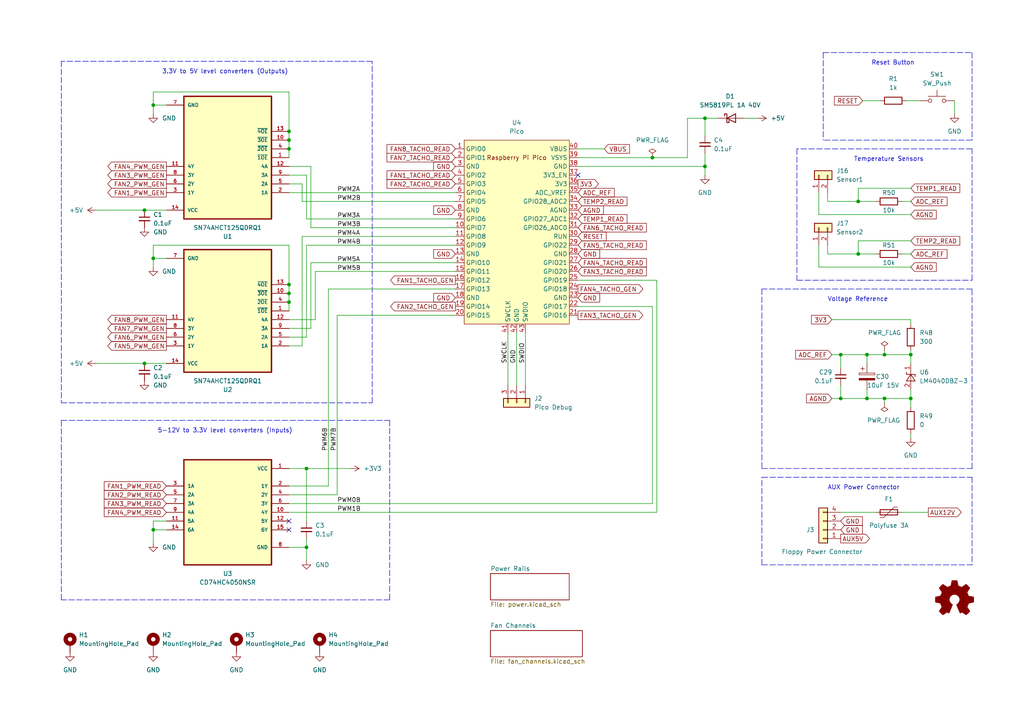
<source format=kicad_sch>
(kicad_sch (version 20211123) (generator eeschema)
  (paper "A4")
  (title_block (title "FanPico-0804") (date "2022-02-26") (company "Timo Kokkonen <tjko@iki.fi>") (comment 3 "Fanpico firmware reference/prototype PCB."))
  (lib_symbols
    (symbol "Connector_Generic:Conn_01x02" (pin_names (offset 1.016) hide)
      (property "Reference" "J" (at 0 2.54 0))
      (property "Value" "Conn_01x02" (at 0 -5.08 0))
      (symbol "Conn_01x02_1_1"
        (rectangle (start -1.27 -2.413) (end 0 -2.667) (stroke (width 0.1524)))
        (rectangle (start -1.27 0.127) (end 0 -0.127) (stroke (width 0.1524)))
        (rectangle (start -1.27 1.27) (end 1.27 -3.81) (stroke (width 0.254)) (fill (type background)))
        (pin passive line (at -5.08 0 0) (length 3.81) (name "Pin_1") (number "1"))
        (pin passive line (at -5.08 -2.54 0) (length 3.81) (name "Pin_2") (number "2"))
      )
    )
    (symbol "Connector_Generic:Conn_01x03" (pin_names (offset 1.016) hide)
      (property "Reference" "J" (at 0 5.08 0))
      (property "Value" "Conn_01x03" (at 0 -5.08 0))
      (symbol "Conn_01x03_1_1"
        (rectangle (start -1.27 -2.413) (end 0 -2.667) (stroke (width 0.1524)))
        (rectangle (start -1.27 0.127) (end 0 -0.127) (stroke (width 0.1524)))
        (rectangle (start -1.27 2.667) (end 0 2.413) (stroke (width 0.1524)))
        (rectangle (start -1.27 3.81) (end 1.27 -3.81) (stroke (width 0.254)) (fill (type background)))
        (pin passive line (at -5.08 2.54 0) (length 3.81) (name "Pin_1") (number "1"))
        (pin passive line (at -5.08 0 0) (length 3.81) (name "Pin_2") (number "2"))
        (pin passive line (at -5.08 -2.54 0) (length 3.81) (name "Pin_3") (number "3"))
      )
    )
    (symbol "Connector_Generic:Conn_01x04" (pin_names (offset 1.016) hide)
      (property "Reference" "J" (at 0 5.08 0))
      (property "Value" "Conn_01x04" (at 0 -7.62 0))
      (symbol "Conn_01x04_1_1"
        (rectangle (start -1.27 -4.953) (end 0 -5.207) (stroke (width 0.1524)))
        (rectangle (start -1.27 -2.413) (end 0 -2.667) (stroke (width 0.1524)))
        (rectangle (start -1.27 0.127) (end 0 -0.127) (stroke (width 0.1524)))
        (rectangle (start -1.27 2.667) (end 0 2.413) (stroke (width 0.1524)))
        (rectangle (start -1.27 3.81) (end 1.27 -6.35) (stroke (width 0.254)) (fill (type background)))
        (pin passive line (at -5.08 2.54 0) (length 3.81) (name "Pin_1") (number "1"))
        (pin passive line (at -5.08 0 0) (length 3.81) (name "Pin_2") (number "2"))
        (pin passive line (at -5.08 -2.54 0) (length 3.81) (name "Pin_3") (number "3"))
        (pin passive line (at -5.08 -5.08 0) (length 3.81) (name "Pin_4") (number "4"))
      )
    )
    (symbol "Device:C_Polarized" (pin_numbers hide) (pin_names (offset 0.254))
      (property "Reference" "C" (at 0.635 2.54 0))
      (property "Value" "C_Polarized" (at 0.635 -2.54 0))
      (symbol "C_Polarized_0_1"
        (rectangle (start -2.286 0.508) (end 2.286 1.016))
        (polyline (pts (xy -1.778 2.286) (xy -0.762 2.286)))
        (polyline (pts (xy -1.27 2.794) (xy -1.27 1.778)))
        (rectangle (start 2.286 -0.508) (end -2.286 -1.016) (fill (type outline)))
      )
      (symbol "C_Polarized_1_1"
        (pin passive line (at 0 3.81 270) (length 2.794) (name "~") (number "1"))
        (pin passive line (at 0 -3.81 90) (length 2.794) (name "~") (number "2"))
      )
    )
    (symbol "Device:C_Small" (pin_numbers hide) (pin_names (offset 0.254) hide)
      (property "Reference" "C" (at 0.254 1.778 0))
      (property "Value" "C_Small" (at 0.254 -2.032 0))
      (symbol "C_Small_0_1"
        (polyline (pts (xy -1.524 -0.508) (xy 1.524 -0.508)) (stroke (width 0.3302)))
        (polyline (pts (xy -1.524 0.508) (xy 1.524 0.508)) (stroke (width 0.3048)))
      )
      (symbol "C_Small_1_1"
        (pin passive line (at 0 2.54 270) (length 2.032) (name "~") (number "1"))
        (pin passive line (at 0 -2.54 90) (length 2.032) (name "~") (number "2"))
      )
    )
    (symbol "Device:D_Schottky" (pin_numbers hide) (pin_names (offset 1.016) hide)
      (property "Reference" "D" (at 0 2.54 0))
      (property "Value" "D_Schottky" (at 0 -2.54 0))
      (symbol "D_Schottky_0_1"
        (polyline (pts (xy 1.27 0) (xy -1.27 0)))
        (polyline (pts (xy 1.27 1.27) (xy 1.27 -1.27) (xy -1.27 0) (xy 1.27 1.27)) (stroke (width 0.254)))
        (polyline (pts (xy -1.905 0.635) (xy -1.905 1.27) (xy -1.27 1.27) (xy -1.27 -1.27) (xy -0.635 -1.27) (xy -0.635 -0.635)) (stroke (width 0.254)))
      )
      (symbol "D_Schottky_1_1"
        (pin passive line (at -3.81 0 0) (length 2.54) (name "K") (number "1"))
        (pin passive line (at 3.81 0 180) (length 2.54) (name "A") (number "2"))
      )
    )
    (symbol "Device:Polyfuse" (pin_numbers hide) (pin_names (offset 0))
      (property "Reference" "F" (at -2.54 0 90))
      (property "Value" "Polyfuse" (at 2.54 0 90))
      (symbol "Polyfuse_0_1"
        (rectangle (start -0.762 2.54) (end 0.762 -2.54) (stroke (width 0.254)))
        (polyline (pts (xy 0 2.54) (xy 0 -2.54)))
        (polyline (pts (xy -1.524 2.54) (xy -1.524 1.524) (xy 1.524 -1.524) (xy 1.524 -2.54)))
      )
      (symbol "Polyfuse_1_1"
        (pin passive line (at 0 3.81 270) (length 1.27) (name "~") (number "1"))
        (pin passive line (at 0 -3.81 90) (length 1.27) (name "~") (number "2"))
      )
    )
    (symbol "Device:R" (pin_numbers hide) (pin_names (offset 0))
      (property "Reference" "R" (at 2.032 0 90))
      (property "Value" "R" (at 0 0 90))
      (symbol "R_0_1"
        (rectangle (start -1.016 -2.54) (end 1.016 2.54) (stroke (width 0.254)))
      )
      (symbol "R_1_1"
        (pin passive line (at 0 3.81 270) (length 1.27) (name "~") (number "1"))
        (pin passive line (at 0 -3.81 90) (length 1.27) (name "~") (number "2"))
      )
    )
    (symbol "Graphic:Logo_Open_Hardware_Small" (pin_names (offset 1.016))
      (symbol "Logo_Open_Hardware_Small_0_1"
        (polyline (pts (xy 3.3528 -4.3434) (xy 3.302 -4.318) (xy 3.175 -4.2418) (xy 2.9972 -4.1148) (xy 2.7686 -3.9624) (xy 2.54 -3.81) (xy 2.3622 -3.7084) (xy 2.2352 -3.6068) (xy 2.1844 -3.5814) (xy 2.159 -3.6068) (xy 2.0574 -3.6576) (xy 1.905 -3.7338) (xy 1.8034 -3.7846) (xy 1.6764 -3.8354) (xy 1.6002 -3.8354) (xy 1.6002 -3.8354) (xy 1.5494 -3.7338) (xy 1.4732 -3.5306) (xy 1.3462 -3.302) (xy 1.2446 -3.0226) (xy 1.1176 -2.7178) (xy 0.9652 -2.413) (xy 0.8636 -2.1082) (xy 0.7366 -1.8288) (xy 0.6604 -1.6256) (xy 0.6096 -1.4732) (xy 0.5842 -1.397) (xy 0.5842 -1.397) (xy 0.6604 -1.3208) (xy 0.7874 -1.2446) (xy 1.0414 -1.016) (xy 1.2954 -0.6858) (xy 1.4478 -0.3302) (xy 1.524 0.0762) (xy 1.4732 0.4572) (xy 1.3208 0.8128) (xy 1.0668 1.143) (xy 0.762 1.3716) (xy 0.4064 1.524) (xy 0 1.5748) (xy -0.381 1.5494) (xy -0.7366 1.397) (xy -1.0668 1.143) (xy -1.2192 0.9906) (xy -1.397 0.6604) (xy -1.524 0.3048) (xy -1.524 0.2286) (xy -1.4986 -0.1778) (xy -1.397 -0.5334) (xy -1.1938 -0.8636) (xy -0.9144 -1.143) (xy -0.8636 -1.1684) (xy -0.7366 -1.27) (xy -0.635 -1.3462) (xy -0.5842 -1.397) (xy -1.0668 -2.5908) (xy -1.143 -2.794) (xy -1.2954 -3.1242) (xy -1.397 -3.4036) (xy -1.4986 -3.6322) (xy -1.5748 -3.7846) (xy -1.6002 -3.8354) (xy -1.6002 -3.8354) (xy -1.651 -3.8354) (xy -1.7272 -3.81) (xy -1.905 -3.7338) (xy -2.0066 -3.683) (xy -2.1336 -3.6068) (xy -2.2098 -3.5814) (xy -2.2606 -3.6068) (xy -2.3622 -3.683) (xy -2.54 -3.81) (xy -2.7686 -3.9624) (xy -2.9718 -4.0894) (xy -3.1496 -4.2164) (xy -3.302 -4.318) (xy -3.3528 -4.3434) (xy -3.3782 -4.3434) (xy -3.429 -4.318) (xy -3.5306 -4.2164) (xy -3.7084 -4.064) (xy -3.937 -3.8354) (xy -3.9624 -3.81) (xy -4.1656 -3.6068) (xy -4.318 -3.4544) (xy -4.4196 -3.3274) (xy -4.445 -3.2766) (xy -4.445 -3.2766) (xy -4.4196 -3.2258) (xy -4.318 -3.0734) (xy -4.2164 -2.8956) (xy -4.064 -2.667) (xy -3.6576 -2.0828) (xy -3.8862 -1.5494) (xy -3.937 -1.3716) (xy -4.0386 -1.1684) (xy -4.0894 -1.0414) (xy -4.1148 -0.9652) (xy -4.191 -0.9398) (xy -4.318 -0.9144) (xy -4.5466 -0.8636) (xy -4.8006 -0.8128) (xy -5.0546 -0.7874) (xy -5.2578 -0.7366) (xy -5.4356 -0.7112) (xy -5.5118 -0.6858) (xy -5.5118 -0.6858) (xy -5.5372 -0.635) (xy -5.5372 -0.5588) (xy -5.5372 -0.4318) (xy -5.5626 -0.2286) (xy -5.5626 0.0762) (xy -5.5626 0.127) (xy -5.5372 0.4064) (xy -5.5372 0.635) (xy -5.5372 0.762) (xy -5.5372 0.8382) (xy -5.5372 0.8382) (xy -5.461 0.8382) (xy -5.3086 0.889) (xy -5.08 0.9144) (xy -4.826 0.9652) (xy -4.8006 0.9906) (xy -4.5466 1.0414) (xy -4.318 1.0668) (xy -4.1656 1.1176) (xy -4.0894 1.143) (xy -4.0894 1.143) (xy -4.0386 1.2446) (xy -3.9624 1.4224) (xy -3.8608 1.6256) (xy -3.7846 1.8288) (xy -3.7084 2.0066) (xy -3.6576 2.159) (xy -3.6322 2.2098) (xy -3.6322 2.2098) (xy -3.683 2.286) (xy -3.7592 2.413) (xy -3.8862 2.5908) (xy -4.064 2.8194) (xy -4.064 2.8448) (xy -4.2164 3.0734) (xy -4.3434 3.2512) (xy -4.4196 3.3782) (xy -4.445 3.4544) (xy -4.445 3.4544) (xy -4.3942 3.5052) (xy -4.2926 3.6322) (xy -4.1148 3.81) (xy -3.937 4.0132) (xy -3.8608 4.064) (xy -3.6576 4.2926) (xy -3.5052 4.4196) (xy -3.4036 4.4958) (xy -3.3528 4.5212) (xy -3.3528 4.5212) (xy -3.302 4.4704) (xy -3.1496 4.3688) (xy -2.9718 4.2418) (xy -2.7432 4.0894) (xy -2.7178 4.0894) (xy -2.4892 3.937) (xy -2.3114 3.81) (xy -2.1844 3.7084) (xy -2.1336 3.683) (xy -2.1082 3.683) (xy -2.032 3.7084) (xy -1.8542 3.7592) (xy -1.6764 3.8354) (xy -1.4732 3.937) (xy -1.27 4.0132) (xy -1.143 4.064) (xy -1.0668 4.1148) (xy -1.0668 4.1148) (xy -1.0414 4.191) (xy -1.016 4.3434) (xy -0.9652 4.572) (xy -0.9144 4.8514) (xy -0.889 4.9022) (xy -0.8382 5.1562) (xy -0.8128 5.3848) (xy -0.7874 5.5372) (xy -0.762 5.588) (xy -0.7112 5.6134) (xy -0.5842 5.6134) (xy -0.4064 5.6134) (xy -0.1524 5.6134) (xy 0.0762 5.6134) (xy 0.3302 5.6134) (xy 0.5334 5.6134) (xy 0.6858 5.588) (xy 0.7366 5.588) (xy 0.7366 5.588) (xy 0.762 5.5118) (xy 0.8128 5.334) (xy 0.8382 5.1054) (xy 0.9144 4.826) (xy 0.9144 4.7752) (xy 0.9652 4.5212) (xy 1.016 4.2926) (xy 1.0414 4.1402) (xy 1.0668 4.0894) (xy 1.0668 4.0894) (xy 1.1938 4.0386) (xy 1.3716 3.9624) (xy 1.5748 3.8608) (xy 2.0828 3.6576) (xy 2.7178 4.0894) (xy 2.7686 4.1402) (xy 2.9972 4.2926) (xy 3.175 4.4196) (xy 3.302 4.4958) (xy 3.3782 4.5212) (xy 3.3782 4.5212) (xy 3.429 4.4704) (xy 3.556 4.3434) (xy 3.7338 4.191) (xy 3.9116 3.9878) (xy 4.064 3.8354) (xy 4.2418 3.6576) (xy 4.3434 3.556) (xy 4.4196 3.4798) (xy 4.4196 3.429) (xy 4.4196 3.4036) (xy 4.3942 3.3274) (xy 4.2926 3.2004) (xy 4.1656 2.9972) (xy 4.0132 2.794) (xy 3.8862 2.5908) (xy 3.7592 2.3876) (xy 3.6576 2.2352) (xy 3.6322 2.159) (xy 3.6322 2.1336) (xy 3.683 2.0066) (xy 3.7592 1.8288) (xy 3.8608 1.6002) (xy 4.064 1.1176) (xy 4.3942 1.0414) (xy 4.5974 1.016) (xy 4.8768 0.9652) (xy 5.1308 0.9144) (xy 5.5372 0.8382) (xy 5.5626 -0.6604) (xy 5.4864 -0.6858) (xy 5.4356 -0.6858) (xy 5.2832 -0.7366) (xy 5.0546 -0.762) (xy 4.8006 -0.8128) (xy 4.5974 -0.8636) (xy 4.3688 -0.9144) (xy 4.2164 -0.9398) (xy 4.1402 -0.9398) (xy 4.1148 -0.9652) (xy 4.064 -1.0668) (xy 3.9878 -1.2446) (xy 3.9116 -1.4478) (xy 3.81 -1.651) (xy 3.7338 -1.8542) (xy 3.683 -2.0066) (xy 3.6576 -2.0828) (xy 3.683 -2.1336) (xy 3.7846 -2.2606) (xy 3.8862 -2.4638) (xy 4.0386 -2.667) (xy 4.191 -2.8956) (xy 4.318 -3.0734) (xy 4.3942 -3.2004) (xy 4.445 -3.2766) (xy 4.4196 -3.3274) (xy 4.3434 -3.429) (xy 4.1656 -3.5814) (xy 3.937 -3.8354) (xy 3.8862 -3.8608) (xy 3.683 -4.064) (xy 3.5306 -4.2164) (xy 3.4036 -4.318) (xy 3.3528 -4.3434)) (fill (type outline)))
      )
    )
    (symbol "LevelConverter CD74HC4050:CD74HC4050M" (pin_names (offset 1.016))
      (property "Reference" "U" (at -12.7 16.2306 0))
      (property "Value" "CD74HC4050M" (at -12.7 -19.2278 0))
      (symbol "CD74HC4050M_0_0"
        (rectangle (start -12.7 -15.24) (end 12.7 15.24) (stroke (width 0.4064)) (fill (type background)))
        (pin power_in line (at 17.78 12.7 180) (length 5.08) (name "VCC") (number "1"))
        (pin output line (at 17.78 0 180) (length 5.08) (name "4Y") (number "10"))
        (pin input line (at -17.78 -2.54 0) (length 5.08) (name "5A") (number "11"))
        (pin output line (at 17.78 -2.54 180) (length 5.08) (name "5Y") (number "12"))
        (pin input line (at -17.78 -5.08 0) (length 5.08) (name "6A") (number "14"))
        (pin output line (at 17.78 -5.08 180) (length 5.08) (name "6Y") (number "15"))
        (pin output line (at 17.78 7.62 180) (length 5.08) (name "1Y") (number "2"))
        (pin input line (at -17.78 7.62 0) (length 5.08) (name "1A") (number "3"))
        (pin output line (at 17.78 5.08 180) (length 5.08) (name "2Y") (number "4"))
        (pin input line (at -17.78 5.08 0) (length 5.08) (name "2A") (number "5"))
        (pin output line (at 17.78 2.54 180) (length 5.08) (name "3Y") (number "6"))
        (pin input line (at -17.78 2.54 0) (length 5.08) (name "3A") (number "7"))
        (pin power_in line (at 17.78 -10.16 180) (length 5.08) (name "GND") (number "8"))
        (pin input line (at -17.78 0 0) (length 5.08) (name "4A") (number "9"))
      )
    )
    (symbol "LevelConverter SN75AHCT125:SN74AHCT125PW" (pin_names (offset 1.016))
      (property "Reference" "U" (at -12.7 18.7706 0))
      (property "Value" "SN74AHCT125PW" (at -12.7 -21.7678 0))
      (symbol "SN74AHCT125PW_0_0"
        (rectangle (start -12.7 -17.78) (end 12.7 17.78) (stroke (width 0.4064)) (fill (type background)))
        (pin input line (at -17.78 0 0) (length 5.08) (name "~{1OE}") (number "1"))
        (pin input line (at -17.78 -5.08 0) (length 5.08) (name "~{3OE}") (number "10"))
        (pin output line (at 17.78 2.54 180) (length 5.08) (name "4Y") (number "11"))
        (pin input line (at -17.78 2.54 0) (length 5.08) (name "4A") (number "12"))
        (pin input line (at -17.78 -7.62 0) (length 5.08) (name "~{4OE}") (number "13"))
        (pin power_in line (at 17.78 15.24 180) (length 5.08) (name "VCC") (number "14"))
        (pin input line (at -17.78 10.16 0) (length 5.08) (name "1A") (number "2"))
        (pin output line (at 17.78 10.16 180) (length 5.08) (name "1Y") (number "3"))
        (pin input line (at -17.78 -2.54 0) (length 5.08) (name "~{2OE}") (number "4"))
        (pin input line (at -17.78 7.62 0) (length 5.08) (name "2A") (number "5"))
        (pin output line (at 17.78 7.62 180) (length 5.08) (name "2Y") (number "6"))
        (pin power_in line (at 17.78 -15.24 180) (length 5.08) (name "GND") (number "7"))
        (pin output line (at 17.78 5.08 180) (length 5.08) (name "3Y") (number "8"))
        (pin input line (at -17.78 5.08 0) (length 5.08) (name "3A") (number "9"))
      )
    )
    (symbol "Mechanical:MountingHole_Pad" (pin_numbers hide) (pin_names (offset 1.016) hide)
      (property "Reference" "H" (at 0 6.35 0))
      (property "Value" "MountingHole_Pad" (at 0 4.445 0))
      (symbol "MountingHole_Pad_0_1"
        (circle (center 0 1.27) (radius 1.27) (stroke (width 1.27)))
      )
      (symbol "MountingHole_Pad_1_1"
        (pin input line (at 0 -2.54 90) (length 2.54) (name "1") (number "1"))
      )
    )
    (symbol "RaspberryPi Pico:Pico"
      (property "Reference" "U" (at -13.97 27.94 0))
      (property "Value" "Pico" (at 0 19.05 0))
      (symbol "Pico_0_0"
        (text "Raspberry Pi Pico" (at 0 21.59 0) (effects (font (size 1.27 1.27))))
      )
      (symbol "Pico_0_1"
        (rectangle (start -15.24 26.67) (end 15.24 -26.67) (fill (type background)))
      )
      (symbol "Pico_1_1"
        (pin bidirectional line (at -17.78 24.13 0) (length 2.54) (name "GPIO0") (number "1"))
        (pin bidirectional line (at -17.78 1.27 0) (length 2.54) (name "GPIO7") (number "10"))
        (pin bidirectional line (at -17.78 -1.27 0) (length 2.54) (name "GPIO8") (number "11"))
        (pin bidirectional line (at -17.78 -3.81 0) (length 2.54) (name "GPIO9") (number "12"))
        (pin power_in line (at -17.78 -6.35 0) (length 2.54) (name "GND") (number "13"))
        (pin bidirectional line (at -17.78 -8.89 0) (length 2.54) (name "GPIO10") (number "14"))
        (pin bidirectional line (at -17.78 -11.43 0) (length 2.54) (name "GPIO11") (number "15"))
        (pin bidirectional line (at -17.78 -13.97 0) (length 2.54) (name "GPIO12") (number "16"))
        (pin bidirectional line (at -17.78 -16.51 0) (length 2.54) (name "GPIO13") (number "17"))
        (pin power_in line (at -17.78 -19.05 0) (length 2.54) (name "GND") (number "18"))
        (pin bidirectional line (at -17.78 -21.59 0) (length 2.54) (name "GPIO14") (number "19"))
        (pin bidirectional line (at -17.78 21.59 0) (length 2.54) (name "GPIO1") (number "2"))
        (pin bidirectional line (at -17.78 -24.13 0) (length 2.54) (name "GPIO15") (number "20"))
        (pin bidirectional line (at 17.78 -24.13 180) (length 2.54) (name "GPIO16") (number "21"))
        (pin bidirectional line (at 17.78 -21.59 180) (length 2.54) (name "GPIO17") (number "22"))
        (pin power_in line (at 17.78 -19.05 180) (length 2.54) (name "GND") (number "23"))
        (pin bidirectional line (at 17.78 -16.51 180) (length 2.54) (name "GPIO18") (number "24"))
        (pin bidirectional line (at 17.78 -13.97 180) (length 2.54) (name "GPIO19") (number "25"))
        (pin bidirectional line (at 17.78 -11.43 180) (length 2.54) (name "GPIO20") (number "26"))
        (pin bidirectional line (at 17.78 -8.89 180) (length 2.54) (name "GPIO21") (number "27"))
        (pin power_in line (at 17.78 -6.35 180) (length 2.54) (name "GND") (number "28"))
        (pin bidirectional line (at 17.78 -3.81 180) (length 2.54) (name "GPIO22") (number "29"))
        (pin power_in line (at -17.78 19.05 0) (length 2.54) (name "GND") (number "3"))
        (pin input line (at 17.78 -1.27 180) (length 2.54) (name "RUN") (number "30"))
        (pin bidirectional line (at 17.78 1.27 180) (length 2.54) (name "GPIO26_ADC0") (number "31"))
        (pin bidirectional line (at 17.78 3.81 180) (length 2.54) (name "GPIO27_ADC1") (number "32"))
        (pin power_in line (at 17.78 6.35 180) (length 2.54) (name "AGND") (number "33"))
        (pin bidirectional line (at 17.78 8.89 180) (length 2.54) (name "GPIO28_ADC2") (number "34"))
        (pin power_in line (at 17.78 11.43 180) (length 2.54) (name "ADC_VREF") (number "35"))
        (pin power_in line (at 17.78 13.97 180) (length 2.54) (name "3V3") (number "36"))
        (pin input line (at 17.78 16.51 180) (length 2.54) (name "3V3_EN") (number "37"))
        (pin power_in line (at 17.78 19.05 180) (length 2.54) (name "GND") (number "38"))
        (pin power_in line (at 17.78 21.59 180) (length 2.54) (name "VSYS") (number "39"))
        (pin bidirectional line (at -17.78 16.51 0) (length 2.54) (name "GPIO2") (number "4"))
        (pin power_in line (at 17.78 24.13 180) (length 2.54) (name "VBUS") (number "40"))
        (pin input line (at -2.54 -29.21 90) (length 2.54) (name "SWCLK") (number "41"))
        (pin power_in line (at 0 -29.21 90) (length 2.54) (name "GND") (number "42"))
        (pin bidirectional line (at 2.54 -29.21 90) (length 2.54) (name "SWDIO") (number "43"))
        (pin bidirectional line (at -17.78 13.97 0) (length 2.54) (name "GPIO3") (number "5"))
        (pin bidirectional line (at -17.78 11.43 0) (length 2.54) (name "GPIO4") (number "6"))
        (pin bidirectional line (at -17.78 8.89 0) (length 2.54) (name "GPIO5") (number "7"))
        (pin power_in line (at -17.78 6.35 0) (length 2.54) (name "GND") (number "8"))
        (pin bidirectional line (at -17.78 3.81 0) (length 2.54) (name "GPIO6") (number "9"))
      )
    )
    (symbol "Reference_Voltage:LM4040DBZ-3" (pin_names (offset 0.0254) hide)
      (property "Reference" "U" (at 0 2.54 0))
      (property "Value" "LM4040DBZ-3" (at 0 -3.175 0))
      (symbol "LM4040DBZ-3_0_1"
        (polyline (pts (xy -1.27 0) (xy 0 0) (xy 1.27 0)))
        (polyline (pts (xy -1.27 -1.27) (xy 0.635 0) (xy -1.27 1.27) (xy -1.27 -1.27)) (stroke (width 0.2032)))
        (polyline (pts (xy 0 -1.27) (xy 0.635 -1.27) (xy 0.635 1.27) (xy 1.27 1.27)) (stroke (width 0.2032)))
      )
      (symbol "LM4040DBZ-3_1_1"
        (pin passive line (at 3.81 0 180) (length 2.54) (name "K") (number "1"))
        (pin passive line (at -3.81 0 0) (length 2.54) (name "A") (number "2"))
      )
    )
    (symbol "Switch:SW_Push" (pin_numbers hide) (pin_names (offset 1.016) hide)
      (property "Reference" "SW" (at 1.27 2.54 0))
      (property "Value" "SW_Push" (at 0 -1.524 0))
      (symbol "SW_Push_0_1"
        (circle (center -2.032 0) (radius 0.508))
        (polyline (pts (xy 0 1.27) (xy 0 3.048)))
        (polyline (pts (xy 2.54 1.27) (xy -2.54 1.27)))
        (circle (center 2.032 0) (radius 0.508))
        (pin passive line (at -5.08 0 0) (length 2.54) (name "1") (number "1"))
        (pin passive line (at 5.08 0 180) (length 2.54) (name "2") (number "2"))
      )
    )
    (symbol "power:+3.3V" (power) (pin_names (offset 0))
      (property "Value" "+3.3V" (at 0 3.556 0))
      (symbol "+3.3V_0_1"
        (polyline (pts (xy -0.762 1.27) (xy 0 2.54)))
        (polyline (pts (xy 0 0) (xy 0 2.54)))
        (polyline (pts (xy 0 2.54) (xy 0.762 1.27)))
      )
      (symbol "+3.3V_1_1"
        (pin power_in line (at 0 0 90) (length 0) hide (name "+3V3") (number "1"))
      )
    )
    (symbol "power:+5V" (power) (pin_names (offset 0))
      (property "Value" "+5V" (at 0 3.556 0))
      (symbol "+5V_0_1"
        (polyline (pts (xy -0.762 1.27) (xy 0 2.54)))
        (polyline (pts (xy 0 0) (xy 0 2.54)))
        (polyline (pts (xy 0 2.54) (xy 0.762 1.27)))
      )
      (symbol "+5V_1_1"
        (pin power_in line (at 0 0 90) (length 0) hide (name "+5V") (number "1"))
      )
    )
    (symbol "power:GND" (power) (pin_names (offset 0))
      (property "Value" "GND" (at 0 -3.81 0))
      (symbol "GND_0_1"
        (polyline (pts (xy 0 0) (xy 0 -1.27) (xy 1.27 -1.27) (xy 0 -2.54) (xy -1.27 -1.27) (xy 0 -1.27)))
      )
      (symbol "GND_1_1"
        (pin power_in line (at 0 0 270) (length 0) hide (name "GND") (number "1"))
      )
    )
    (symbol "power:PWR_FLAG" (power) (pin_numbers hide) (pin_names (offset 0) hide)
      (property "Value" "PWR_FLAG" (at 0 3.81 0))
      (symbol "PWR_FLAG_0_0"
        (pin power_out line (at 0 0 90) (length 0) (name "pwr") (number "1"))
      )
      (symbol "PWR_FLAG_0_1"
        (polyline (pts (xy 0 0) (xy 0 1.27) (xy -1.016 1.905) (xy 0 2.54) (xy 1.016 1.905) (xy 0 1.27)))
      )
    )
  )
  (junction (at 44.45 30.48))
  (junction (at 83.82 38.1))
  (junction (at 189.23 45.72))
  (junction (at 83.82 85.09))
  (junction (at 248.92 73.66))
  (junction (at 251.46 115.57))
  (junction (at 256.54 115.57))
  (junction (at 256.54 102.87))
  (junction (at 44.45 74.93))
  (junction (at 83.82 87.63))
  (junction (at 251.46 102.87))
  (junction (at 41.91 105.41))
  (junction (at 88.9 135.89))
  (junction (at 44.45 153.67))
  (junction (at 41.91 60.96))
  (junction (at 204.47 48.26))
  (junction (at 83.82 82.55))
  (junction (at 264.16 115.57))
  (junction (at 83.82 40.64))
  (junction (at 83.82 43.18))
  (junction (at 243.84 102.87))
  (junction (at 264.16 102.87))
  (junction (at 88.9 158.75))
  (junction (at 243.84 115.57))
  (junction (at 248.92 58.42))
  (junction (at 204.47 34.29))
  (no_connect (at 167.64 50.8))
  (no_connect (at 83.82 151.13))
  (no_connect (at 83.82 153.67))
  (wire (pts (xy 132.08 78.74) (xy 91.44 78.74)))
  (polyline (pts (xy 107.95 116.84) (xy 107.95 17.78)))
  (wire (pts (xy 90.17 66.04) (xy 90.17 48.26)))
  (wire (pts (xy 251.46 102.87) (xy 251.46 105.41)))
  (wire (pts (xy 264.16 69.85) (xy 248.92 69.85)))
  (wire (pts (xy 167.64 43.18) (xy 175.26 43.18)))
  (wire (pts (xy 167.64 48.26) (xy 204.47 48.26)))
  (wire (pts (xy 264.16 54.61) (xy 248.92 54.61)))
  (polyline (pts (xy 17.78 173.99) (xy 17.78 121.92)))
  (wire (pts (xy 132.08 58.42) (xy 87.63 58.42)))
  (wire (pts (xy 248.92 69.85) (xy 248.92 73.66)))
  (wire (pts (xy 243.84 115.57) (xy 241.3 115.57)))
  (wire (pts (xy 199.39 34.29) (xy 204.47 34.29)))
  (polyline (pts (xy 220.98 163.83) (xy 281.94 163.83)))
  (wire (pts (xy 83.82 40.64) (xy 83.82 43.18)))
  (wire (pts (xy 243.84 102.87) (xy 243.84 106.68)))
  (wire (pts (xy 264.16 92.71) (xy 264.16 93.98)))
  (wire (pts (xy 256.54 115.57) (xy 256.54 116.84)))
  (wire (pts (xy 83.82 85.09) (xy 83.82 87.63)))
  (polyline (pts (xy 220.98 163.83) (xy 220.98 138.43)))
  (wire (pts (xy 87.63 100.33) (xy 83.82 100.33)))
  (wire (pts (xy 152.4 96.52) (xy 152.4 111.76)))
  (wire (pts (xy 254 58.42) (xy 248.92 58.42)))
  (wire (pts (xy 215.9 34.29) (xy 219.71 34.29)))
  (wire (pts (xy 88.9 156.21) (xy 88.9 158.75)))
  (wire (pts (xy 132.08 91.44) (xy 97.79 91.44)))
  (wire (pts (xy 189.23 45.72) (xy 199.39 45.72)))
  (wire (pts (xy 204.47 34.29) (xy 208.28 34.29)))
  (wire (pts (xy 190.5 148.59) (xy 83.82 148.59)))
  (wire (pts (xy 83.82 38.1) (xy 83.82 40.64)))
  (wire (pts (xy 189.23 88.9) (xy 189.23 146.05)))
  (wire (pts (xy 44.45 153.67) (xy 44.45 157.48)))
  (wire (pts (xy 132.08 83.82) (xy 95.25 83.82)))
  (wire (pts (xy 88.9 135.89) (xy 101.6 135.89)))
  (wire (pts (xy 264.16 115.57) (xy 264.16 118.11)))
  (wire (pts (xy 83.82 135.89) (xy 88.9 135.89)))
  (wire (pts (xy 147.32 96.52) (xy 147.32 111.76)))
  (wire (pts (xy 251.46 113.03) (xy 251.46 115.57)))
  (wire (pts (xy 132.08 71.12) (xy 88.9 71.12)))
  (wire (pts (xy 251.46 102.87) (xy 256.54 102.87)))
  (wire (pts (xy 248.92 73.66) (xy 240.03 73.66)))
  (wire (pts (xy 199.39 34.29) (xy 199.39 45.72)))
  (polyline (pts (xy 231.14 81.28) (xy 281.94 81.28)))
  (wire (pts (xy 95.25 83.82) (xy 95.25 140.97)))
  (polyline (pts (xy 220.98 138.43) (xy 281.94 138.43)))
  (wire (pts (xy 44.45 151.13) (xy 48.26 151.13)))
  (polyline (pts (xy 238.76 15.24) (xy 238.76 40.64)))
  (wire (pts (xy 90.17 76.2) (xy 90.17 95.25)))
  (wire (pts (xy 88.9 71.12) (xy 88.9 97.79)))
  (wire (pts (xy 41.91 105.41) (xy 48.26 105.41)))
  (wire (pts (xy 251.46 115.57) (xy 243.84 115.57)))
  (wire (pts (xy 44.45 26.67) (xy 44.45 30.48)))
  (polyline (pts (xy 281.94 43.18) (xy 231.14 43.18)))
  (wire (pts (xy 243.84 111.76) (xy 243.84 115.57)))
  (wire (pts (xy 87.63 53.34) (xy 87.63 58.42)))
  (wire (pts (xy 237.49 55.88) (xy 237.49 62.23)))
  (polyline (pts (xy 107.95 17.78) (xy 17.78 17.78)))
  (wire (pts (xy 48.26 74.93) (xy 44.45 74.93)))
  (wire (pts (xy 204.47 44.45) (xy 204.47 48.26)))
  (wire (pts (xy 237.49 77.47) (xy 264.16 77.47)))
  (polyline (pts (xy 220.98 135.89) (xy 281.94 135.89)))
  (polyline (pts (xy 281.94 40.64) (xy 238.76 40.64)))
  (wire (pts (xy 204.47 48.26) (xy 204.47 50.8)))
  (wire (pts (xy 83.82 38.1) (xy 83.82 26.67)))
  (wire (pts (xy 241.3 102.87) (xy 243.84 102.87)))
  (wire (pts (xy 132.08 76.2) (xy 90.17 76.2)))
  (polyline (pts (xy 238.76 15.24) (xy 281.94 15.24)))
  (wire (pts (xy 83.82 82.55) (xy 83.82 85.09)))
  (polyline (pts (xy 281.94 83.82) (xy 220.98 83.82)))
  (wire (pts (xy 256.54 102.87) (xy 264.16 102.87)))
  (wire (pts (xy 237.49 62.23) (xy 264.16 62.23)))
  (wire (pts (xy 243.84 102.87) (xy 251.46 102.87)))
  (wire (pts (xy 276.86 29.21) (xy 276.86 33.02)))
  (wire (pts (xy 264.16 102.87) (xy 264.16 105.41)))
  (wire (pts (xy 240.03 58.42) (xy 240.03 55.88)))
  (wire (pts (xy 250.19 29.21) (xy 255.27 29.21)))
  (wire (pts (xy 240.03 73.66) (xy 240.03 71.12)))
  (wire (pts (xy 44.45 153.67) (xy 44.45 151.13)))
  (wire (pts (xy 90.17 95.25) (xy 83.82 95.25)))
  (polyline (pts (xy 113.03 121.92) (xy 113.03 173.99)))
  (wire (pts (xy 167.64 81.28) (xy 190.5 81.28)))
  (wire (pts (xy 256.54 115.57) (xy 251.46 115.57)))
  (wire (pts (xy 95.25 140.97) (xy 83.82 140.97)))
  (wire (pts (xy 264.16 101.6) (xy 264.16 102.87)))
  (wire (pts (xy 44.45 71.12) (xy 44.45 74.93)))
  (wire (pts (xy 264.16 115.57) (xy 264.16 113.03)))
  (wire (pts (xy 44.45 30.48) (xy 44.45 33.02)))
  (wire (pts (xy 149.86 96.52) (xy 149.86 111.76)))
  (wire (pts (xy 83.82 146.05) (xy 189.23 146.05)))
  (wire (pts (xy 248.92 54.61) (xy 248.92 58.42)))
  (polyline (pts (xy 113.03 173.99) (xy 17.78 173.99)))
  (polyline (pts (xy 17.78 121.92) (xy 113.03 121.92)))
  (wire (pts (xy 83.82 26.67) (xy 44.45 26.67)))
  (wire (pts (xy 83.82 43.18) (xy 83.82 45.72)))
  (wire (pts (xy 97.79 143.51) (xy 83.82 143.51)))
  (wire (pts (xy 91.44 92.71) (xy 83.82 92.71)))
  (wire (pts (xy 243.84 148.59) (xy 254 148.59)))
  (wire (pts (xy 88.9 63.5) (xy 132.08 63.5)))
  (wire (pts (xy 83.82 87.63) (xy 83.82 90.17)))
  (wire (pts (xy 88.9 158.75) (xy 88.9 162.56)))
  (wire (pts (xy 248.92 58.42) (xy 240.03 58.42)))
  (wire (pts (xy 27.94 105.41) (xy 41.91 105.41)))
  (wire (pts (xy 261.62 58.42) (xy 264.16 58.42)))
  (wire (pts (xy 87.63 68.58) (xy 87.63 100.33)))
  (wire (pts (xy 44.45 153.67) (xy 48.26 153.67)))
  (wire (pts (xy 44.45 74.93) (xy 44.45 77.47)))
  (wire (pts (xy 88.9 50.8) (xy 83.82 50.8)))
  (polyline (pts (xy 281.94 135.89) (xy 281.94 83.82)))
  (wire (pts (xy 204.47 39.37) (xy 204.47 34.29)))
  (wire (pts (xy 83.82 97.79) (xy 88.9 97.79)))
  (wire (pts (xy 87.63 53.34) (xy 83.82 53.34)))
  (wire (pts (xy 261.62 148.59) (xy 269.24 148.59)))
  (wire (pts (xy 88.9 135.89) (xy 88.9 151.13)))
  (wire (pts (xy 83.82 82.55) (xy 83.82 71.12)))
  (polyline (pts (xy 220.98 83.82) (xy 220.98 135.89)))
  (polyline (pts (xy 17.78 116.84) (xy 107.95 116.84)))
  (polyline (pts (xy 281.94 138.43) (xy 281.94 163.83)))
  (polyline (pts (xy 17.78 17.78) (xy 17.78 116.84)))
  (wire (pts (xy 167.64 88.9) (xy 189.23 88.9)))
  (wire (pts (xy 256.54 101.6) (xy 256.54 102.87)))
  (wire (pts (xy 264.16 127) (xy 264.16 125.73)))
  (wire (pts (xy 83.82 55.88) (xy 132.08 55.88)))
  (wire (pts (xy 41.91 60.96) (xy 48.26 60.96)))
  (polyline (pts (xy 231.14 43.18) (xy 231.14 81.28)))
  (wire (pts (xy 237.49 71.12) (xy 237.49 77.47)))
  (wire (pts (xy 88.9 158.75) (xy 83.82 158.75)))
  (wire (pts (xy 48.26 30.48) (xy 44.45 30.48)))
  (wire (pts (xy 264.16 115.57) (xy 256.54 115.57)))
  (wire (pts (xy 83.82 71.12) (xy 44.45 71.12)))
  (wire (pts (xy 132.08 68.58) (xy 87.63 68.58)))
  (polyline (pts (xy 281.94 15.24) (xy 281.94 40.64)))
  (polyline (pts (xy 281.94 81.28) (xy 281.94 43.18)))
  (wire (pts (xy 261.62 73.66) (xy 264.16 73.66)))
  (wire (pts (xy 132.08 66.04) (xy 90.17 66.04)))
  (wire (pts (xy 91.44 78.74) (xy 91.44 92.71)))
  (wire (pts (xy 241.3 92.71) (xy 264.16 92.71)))
  (wire (pts (xy 262.89 29.21) (xy 266.7 29.21)))
  (wire (pts (xy 254 73.66) (xy 248.92 73.66)))
  (wire (pts (xy 97.79 91.44) (xy 97.79 143.51)))
  (wire (pts (xy 190.5 81.28) (xy 190.5 148.59)))
  (wire (pts (xy 27.94 60.96) (xy 41.91 60.96)))
  (wire (pts (xy 167.64 45.72) (xy 189.23 45.72)))
  (wire (pts (xy 88.9 63.5) (xy 88.9 50.8)))
  (wire (pts (xy 90.17 48.26) (xy 83.82 48.26)))
  (text "Reset Button" (at 252.73 19.05 0) (effects (font (size 1.27 1.27)) (justify left bottom)))
  (text "3.3V to 5V level converters (Outputs)" (at 46.99 21.59 0) (effects (font (size 1.27 1.27)) (justify left bottom)))
  (text "AUX Power Connector" (at 240.03 142.24 0) (effects (font (size 1.27 1.27)) (justify left bottom)))
  (text "Temperature Sensors" (at 247.65 46.99 0) (effects (font (size 1.27 1.27)) (justify left bottom)))
  (text "5-12V to 3.3V level converters (Inputs)" (at 45.72 125.73 0) (effects (font (size 1.27 1.27)) (justify left bottom)))
  (text "Voltage Reference" (at 240.03 87.63 0) (effects (font (size 1.27 1.27)) (justify left bottom)))
  (label "PWM2A" (at 97.79 55.88 0))
  (label "PWM5A" (at 97.79 76.2 0))
  (label "PWM5B" (at 97.79 78.74 0))
  (label "PWM7B" (at 97.79 130.81 90))
  (label "PWM6B" (at 95.25 130.81 90))
  (label "GND" (at 149.86 105.41 90))
  (label "SWCLK" (at 147.32 105.41 90))
  (label "PWM4B" (at 97.79 71.12 0))
  (label "PWM1B" (at 97.79 148.59 0))
  (label "SWDIO" (at 152.4 105.41 90))
  (label "PWM0B" (at 97.79 146.05 0))
  (label "PWM4A" (at 97.79 68.58 0))
  (label "PWM3A" (at 97.79 63.5 0))
  (label "PWM3B" (at 97.79 66.04 0))
  (label "PWM2B" (at 97.79 58.42 0))
  (global_label "GND" (shape input) (at 132.08 60.96 180) (property "Intersheet References" "${INTERSHEET_REFS}" (effects hide)))
  (global_label "AGND" (shape input) (at 241.3 115.57 180) (property "Intersheet References" "${INTERSHEET_REFS}" (effects hide)))
  (global_label "GND" (shape input) (at 167.64 86.36 0) (property "Intersheet References" "${INTERSHEET_REFS}" (effects hide)))
  (global_label "FAN3_TACHO_READ" (shape input) (at 167.64 78.74 0) (property "Intersheet References" "${INTERSHEET_REFS}" (effects hide)))
  (global_label "FAN3_TACHO_GEN" (shape output) (at 167.64 91.44 0) (property "Intersheet References" "${INTERSHEET_REFS}" (effects hide)))
  (global_label "3V3" (shape output) (at 167.64 53.34 0) (property "Intersheet References" "${INTERSHEET_REFS}" (effects hide)))
  (global_label "FAN2_TACHO_READ" (shape input) (at 132.08 53.34 180) (property "Intersheet References" "${INTERSHEET_REFS}" (effects hide)))
  (global_label "GND" (shape input) (at 132.08 48.26 180) (property "Intersheet References" "${INTERSHEET_REFS}" (effects hide)))
  (global_label "FAN2_TACHO_GEN" (shape output) (at 132.08 88.9 180) (property "Intersheet References" "${INTERSHEET_REFS}" (effects hide)))
  (global_label "AGND" (shape input) (at 167.64 60.96 0) (property "Intersheet References" "${INTERSHEET_REFS}" (effects hide)))
  (global_label "FAN1_TACHO_GEN" (shape output) (at 132.08 81.28 180) (property "Intersheet References" "${INTERSHEET_REFS}" (effects hide)))
  (global_label "FAN3_PWM_GEN" (shape output) (at 48.26 50.8 180) (property "Intersheet References" "${INTERSHEET_REFS}" (effects hide)))
  (global_label "FAN8_PWM_GEN" (shape output) (at 48.26 92.71 180) (property "Intersheet References" "${INTERSHEET_REFS}" (effects hide)))
  (global_label "FAN4_TACHO_GEN" (shape output) (at 167.64 83.82 0) (property "Intersheet References" "${INTERSHEET_REFS}" (effects hide)))
  (global_label "FAN8_TACHO_READ" (shape input) (at 132.08 43.18 180) (property "Intersheet References" "${INTERSHEET_REFS}" (effects hide)))
  (global_label "AGND" (shape input) (at 264.16 62.23 0) (property "Intersheet References" "${INTERSHEET_REFS}" (effects hide)))
  (global_label "FAN6_TACHO_READ" (shape input) (at 167.64 66.04 0) (property "Intersheet References" "${INTERSHEET_REFS}" (effects hide)))
  (global_label "FAN1_TACHO_READ" (shape input) (at 132.08 50.8 180) (property "Intersheet References" "${INTERSHEET_REFS}" (effects hide)))
  (global_label "FAN7_TACHO_READ" (shape input) (at 132.08 45.72 180) (property "Intersheet References" "${INTERSHEET_REFS}" (effects hide)))
  (global_label "AGND" (shape input) (at 264.16 77.47 0) (property "Intersheet References" "${INTERSHEET_REFS}" (effects hide)))
  (global_label "FAN5_TACHO_READ" (shape input) (at 167.64 71.12 0) (property "Intersheet References" "${INTERSHEET_REFS}" (effects hide)))
  (global_label "TEMP2_READ" (shape input) (at 264.16 69.85 0) (property "Intersheet References" "${INTERSHEET_REFS}" (effects hide)))
  (global_label "GND" (shape input) (at 167.64 73.66 0) (property "Intersheet References" "${INTERSHEET_REFS}" (effects hide)))
  (global_label "GND" (shape input) (at 243.84 151.13 0) (property "Intersheet References" "${INTERSHEET_REFS}" (effects hide)))
  (global_label "FAN1_PWM_GEN" (shape output) (at 48.26 55.88 180) (property "Intersheet References" "${INTERSHEET_REFS}" (effects hide)))
  (global_label "FAN2_PWM_READ" (shape input) (at 48.26 143.51 180) (property "Intersheet References" "${INTERSHEET_REFS}" (effects hide)))
  (global_label "ADC_REF" (shape input) (at 264.16 73.66 0) (property "Intersheet References" "${INTERSHEET_REFS}" (effects hide)))
  (global_label "3V3" (shape input) (at 241.3 92.71 180) (property "Intersheet References" "${INTERSHEET_REFS}" (effects hide)))
  (global_label "TEMP1_READ" (shape input) (at 167.64 63.5 0) (property "Intersheet References" "${INTERSHEET_REFS}" (effects hide)))
  (global_label "RESET" (shape input) (at 250.19 29.21 180) (property "Intersheet References" "${INTERSHEET_REFS}" (effects hide)))
  (global_label "FAN3_PWM_READ" (shape input) (at 48.26 146.05 180) (property "Intersheet References" "${INTERSHEET_REFS}" (effects hide)))
  (global_label "AUX5V" (shape output) (at 243.84 156.21 0) (property "Intersheet References" "${INTERSHEET_REFS}" (effects hide)))
  (global_label "GND" (shape input) (at 132.08 73.66 180) (property "Intersheet References" "${INTERSHEET_REFS}" (effects hide)))
  (global_label "RESET" (shape input) (at 167.64 68.58 0) (property "Intersheet References" "${INTERSHEET_REFS}" (effects hide)))
  (global_label "ADC_REF" (shape input) (at 167.64 55.88 0) (property "Intersheet References" "${INTERSHEET_REFS}" (effects hide)))
  (global_label "FAN1_PWM_READ" (shape input) (at 48.26 140.97 180) (property "Intersheet References" "${INTERSHEET_REFS}" (effects hide)))
  (global_label "FAN4_PWM_GEN" (shape output) (at 48.26 48.26 180) (property "Intersheet References" "${INTERSHEET_REFS}" (effects hide)))
  (global_label "VBUS" (shape input) (at 175.26 43.18 0) (property "Intersheet References" "${INTERSHEET_REFS}" (effects hide)))
  (global_label "GND" (shape input) (at 243.84 153.67 0) (property "Intersheet References" "${INTERSHEET_REFS}" (effects hide)))
  (global_label "GND" (shape input) (at 132.08 86.36 180) (property "Intersheet References" "${INTERSHEET_REFS}" (effects hide)))
  (global_label "ADC_REF" (shape input) (at 264.16 58.42 0) (property "Intersheet References" "${INTERSHEET_REFS}" (effects hide)))
  (global_label "FAN7_PWM_GEN" (shape output) (at 48.26 95.25 180) (property "Intersheet References" "${INTERSHEET_REFS}" (effects hide)))
  (global_label "FAN6_PWM_GEN" (shape output) (at 48.26 97.79 180) (property "Intersheet References" "${INTERSHEET_REFS}" (effects hide)))
  (global_label "TEMP2_READ" (shape input) (at 167.64 58.42 0) (property "Intersheet References" "${INTERSHEET_REFS}" (effects hide)))
  (global_label "FAN5_PWM_GEN" (shape output) (at 48.26 100.33 180) (property "Intersheet References" "${INTERSHEET_REFS}" (effects hide)))
  (global_label "FAN4_TACHO_READ" (shape input) (at 167.64 76.2 0) (property "Intersheet References" "${INTERSHEET_REFS}" (effects hide)))
  (global_label "ADC_REF" (shape input) (at 241.3 102.87 180) (property "Intersheet References" "${INTERSHEET_REFS}" (effects hide)))
  (global_label "AUX12V" (shape output) (at 269.24 148.59 0) (property "Intersheet References" "${INTERSHEET_REFS}" (effects hide)))
  (global_label "FAN4_PWM_READ" (shape input) (at 48.26 148.59 180) (property "Intersheet References" "${INTERSHEET_REFS}" (effects hide)))
  (global_label "FAN2_PWM_GEN" (shape output) (at 48.26 53.34 180) (property "Intersheet References" "${INTERSHEET_REFS}" (effects hide)))
  (global_label "TEMP1_READ" (shape input) (at 264.16 54.61 0) (property "Intersheet References" "${INTERSHEET_REFS}" (effects hide)))
  (symbol (lib_id "Device:R") (at 264.16 121.92 0) (unit 1)
    (property "Reference" "R49" (at 266.7 120.6499 0) (effects (justify left)))
    (property "Value" "0" (at 266.7 123.1899 0) (effects (justify left)))
    (property "Footprint" "Resistor_SMD:R_0603_1608Metric_Pad0.98x0.95mm_HandSolder" (effects hide))
  )
  (symbol (lib_id "Device:C_Small") (at 41.91 63.5 0) (unit 1)
    (property "Reference" "C1" (at 44.45 62.2362 0) (effects (justify left)))
    (property "Value" "0.1uF" (at 44.45 64.7762 0) (effects (justify left)))
    (property "Footprint" "Capacitor_SMD:C_0603_1608Metric_Pad1.08x0.95mm_HandSolder" (effects hide))
  )
  (symbol (lib_id "power:GND") (at 44.45 157.48 0) (unit 1)
    (property "Reference" "#PWR09" (effects hide))
    (property "Value" "GND" (at 46.99 158.7499 0) (effects (justify left)))
  )
  (symbol (lib_id "power:GND") (at 204.47 50.8 0) (unit 1)
    (property "Reference" "#PWR014" (effects hide))
    (property "Value" "GND" (at 204.47 55.88 0))
  )
  (symbol (lib_id "power:GND") (at 44.45 189.23 0) (unit 1)
    (property "Reference" "#PWR02" (effects hide))
    (property "Value" "GND" (at 44.45 194.31 0))
  )
  (symbol (lib_id "power:+3.3V") (at 101.6 135.89 270) (unit 1)
    (property "Reference" "#PWR013" (effects hide))
    (property "Value" "+3.3V" (at 105.41 135.8899 90) (effects (justify left)))
  )
  (symbol (lib_id "power:GND") (at 92.71 189.23 0) (unit 1)
    (property "Reference" "#PWR011" (effects hide))
    (property "Value" "GND" (at 92.71 194.31 0))
  )
  (symbol (lib_id "Connector_Generic:Conn_01x04") (at 238.76 153.67 180) (unit 1)
    (property "Reference" "J3" (at 236.22 153.6701 0) (effects (justify left)))
    (property "Value" "Floppy Power Connector" (at 250.19 160.02 0) (effects (justify left)))
    (property "Footprint" "Connector_TE-Connectivity:TE 171826-4 Floppy 4-pin" (effects hide))
  )
  (symbol (lib_id "Switch:SW_Push") (at 271.78 29.21 0) (unit 1)
    (property "Reference" "SW1" (at 271.78 21.59 0))
    (property "Value" "SW_Push" (at 271.78 24.13 0))
    (property "Footprint" "Button_Switch_THT:SW_PUSH_6mm" (effects hide))
  )
  (symbol (lib_id "power:GND") (at 88.9 162.56 0) (unit 1)
    (property "Reference" "#PWR012" (effects hide))
    (property "Value" "GND" (at 91.44 163.8299 0) (effects (justify left)))
  )
  (symbol (lib_id "power:+5V") (at 219.71 34.29 270) (unit 1)
    (property "Reference" "#PWR015" (effects hide))
    (property "Value" "+5V" (at 223.52 34.29 90) (effects (justify left)))
  )
  (symbol (lib_id "Connector_Generic:Conn_01x02") (at 237.49 66.04 90) (unit 1)
    (property "Reference" "J17" (at 242.57 64.7699 90) (effects (justify right)))
    (property "Value" "Sensor2" (at 242.57 67.31 90) (effects (justify right)))
    (property "Footprint" "Connector_JST:JST_PH_B2B-PH-K_1x02_P2.00mm_Vertical" (effects hide))
  )
  (symbol (lib_id "Reference_Voltage:LM4040DBZ-3") (at 264.16 109.22 90) (unit 1)
    (property "Reference" "U6" (at 266.7 107.9499 90) (effects (justify right)))
    (property "Value" "LM4040DBZ-3" (at 266.7 110.4899 90) (effects (justify right)))
    (property "Footprint" "Package_TO_SOT_SMD:SOT-23" (effects hide))
    (property "Datasheet" "http://www.ti.com/lit/ds/symlink/lm4040-n.pdf" (effects hide))
  )
  (symbol (lib_id "Device:C_Small") (at 41.91 107.95 0) (unit 1)
    (property "Reference" "C2" (at 44.45 106.6862 0) (effects (justify left)))
    (property "Value" "0.1uF" (at 44.45 109.2262 0) (effects (justify left)))
    (property "Footprint" "Capacitor_SMD:C_0603_1608Metric_Pad1.08x0.95mm_HandSolder" (effects hide))
  )
  (symbol (lib_id "power:PWR_FLAG") (at 189.23 45.72 0) (unit 1)
    (property "Reference" "#FLG01" (effects hide))
    (property "Value" "PWR_FLAG" (at 189.23 40.64 0))
  )
  (symbol (lib_id "Device:R") (at 264.16 97.79 0) (unit 1)
    (property "Reference" "R48" (at 266.7 96.5199 0) (effects (justify left)))
    (property "Value" "300" (at 266.7 99.0599 0) (effects (justify left)))
    (property "Footprint" "Resistor_SMD:R_0603_1608Metric_Pad0.98x0.95mm_HandSolder" (effects hide))
  )
  (symbol (lib_id "power:GND") (at 276.86 33.02 0) (unit 1)
    (property "Reference" "#PWR016" (effects hide))
    (property "Value" "GND" (at 276.86 38.1 0))
  )
  (symbol (lib_id "RaspberryPi Pico:Pico") (at 149.86 67.31 0) (unit 1)
    (property "Reference" "U4" (at 149.86 35.56 0))
    (property "Value" "Pico" (at 149.86 38.1 0))
    (property "Footprint" "MCU_RaspberryPi_and_Boards:RPi_Pico_SMD_TH" (effects hide))
  )
  (symbol (lib_id "Device:C_Small") (at 88.9 153.67 0) (unit 1)
    (property "Reference" "C3" (at 91.44 152.4062 0) (effects (justify left)))
    (property "Value" "0.1uF" (at 91.44 154.9462 0) (effects (justify left)))
    (property "Footprint" "Capacitor_SMD:C_0603_1608Metric_Pad1.08x0.95mm_HandSolder" (effects hide))
  )
  (symbol (lib_id "Connector_Generic:Conn_01x02") (at 237.49 50.8 90) (unit 1)
    (property "Reference" "J16" (at 242.57 49.5299 90) (effects (justify right)))
    (property "Value" "Sensor1" (at 242.57 52.07 90) (effects (justify right)))
    (property "Footprint" "Connector_JST:JST_PH_B2B-PH-K_1x02_P2.00mm_Vertical" (effects hide))
  )
  (symbol (lib_id "power:PWR_FLAG") (at 256.54 116.84 180) (unit 1)
    (property "Reference" "#FLG0102" (effects hide))
    (property "Value" "PWR_FLAG" (at 251.46 121.92 0) (effects (justify right)))
  )
  (symbol (lib_id "Mechanical:MountingHole_Pad") (at 68.58 186.69 0) (unit 1)
    (property "Reference" "H3" (at 71.12 184.1499 0) (effects (justify left)))
    (property "Value" "MountingHole_Pad" (at 71.12 186.6899 0) (effects (justify left)))
    (property "Footprint" "MountingHole:MountingHole_3.2mm_M3_Pad_Via" (effects hide))
  )
  (symbol (lib_id "LevelConverter SN75AHCT125:SN74AHCT125PW") (at 66.04 90.17 180) (unit 1)
    (property "Reference" "U2" (at 66.04 113.03 0))
    (property "Value" "SN74AHCT125QDRQ1" (at 66.04 110.49 0))
    (property "Footprint" "Package_SO:SOIC-14_3.9x8.7mm_P1.27mm" (effects hide))
  )
  (symbol (lib_id "Device:C_Small") (at 204.47 41.91 0) (unit 1)
    (property "Reference" "C4" (at 207.01 40.6462 0) (effects (justify left)))
    (property "Value" "0.1uF" (at 207.01 43.1862 0) (effects (justify left)))
    (property "Footprint" "Capacitor_SMD:C_0603_1608Metric_Pad1.08x0.95mm_HandSolder" (effects hide))
  )
  (symbol (lib_id "Graphic:Logo_Open_Hardware_Small") (at 276.86 173.99 0) (unit 1)
    (property "Reference" "#LOGO1" (effects hide))
    (property "Value" "Logo_Open_Hardware_Small" (effects hide))
    (property "Footprint" "Symbol:OSHW-Logo_7.5x8mm_Copper" (effects hide))
  )
  (symbol (lib_id "power:GND") (at 20.32 189.23 0) (unit 1)
    (property "Reference" "#PWR01" (effects hide))
    (property "Value" "GND" (at 20.32 194.31 0))
  )
  (symbol (lib_id "Mechanical:MountingHole_Pad") (at 92.71 186.69 0) (unit 1)
    (property "Reference" "H4" (at 95.25 184.1499 0) (effects (justify left)))
    (property "Value" "MountingHole_Pad" (at 95.25 186.6899 0) (effects (justify left)))
    (property "Footprint" "MountingHole:MountingHole_3.2mm_M3_Pad_Via" (effects hide))
  )
  (symbol (lib_id "power:+5V") (at 27.94 105.41 90) (unit 1)
    (property "Reference" "#PWR04" (effects hide))
    (property "Value" "+5V" (at 24.13 105.41 90) (effects (justify left)))
  )
  (symbol (lib_id "Device:C_Small") (at 243.84 109.22 0) (unit 1)
    (property "Reference" "C29" (at 237.49 107.95 0) (effects (justify left)))
    (property "Value" "0.1uF" (at 236.22 110.49 0) (effects (justify left)))
    (property "Footprint" "Capacitor_SMD:C_0603_1608Metric_Pad1.08x0.95mm_HandSolder" (effects hide))
  )
  (symbol (lib_id "power:GND") (at 68.58 189.23 0) (unit 1)
    (property "Reference" "#PWR010" (effects hide))
    (property "Value" "GND" (at 68.58 194.31 0))
  )
  (symbol (lib_id "Device:R") (at 257.81 58.42 90) (unit 1)
    (property "Reference" "R50" (at 257.81 55.88 90))
    (property "Value" "10k" (at 257.81 60.96 90))
    (property "Footprint" "Resistor_SMD:R_0603_1608Metric_Pad0.98x0.95mm_HandSolder" (effects hide))
  )
  (symbol (lib_id "power:GND") (at 44.45 33.02 0) (unit 1)
    (property "Reference" "#PWR07" (effects hide))
    (property "Value" "GND" (at 46.99 34.2899 0) (effects (justify left)))
  )
  (symbol (lib_id "Device:R") (at 259.08 29.21 90) (unit 1)
    (property "Reference" "R1" (at 259.08 22.86 90))
    (property "Value" "1k" (at 259.08 25.4 90))
    (property "Footprint" "Resistor_SMD:R_0603_1608Metric_Pad0.98x0.95mm_HandSolder" (effects hide))
  )
  (symbol (lib_id "LevelConverter SN75AHCT125:SN74AHCT125PW") (at 66.04 45.72 180) (unit 1)
    (property "Reference" "U1" (at 66.04 68.58 0))
    (property "Value" "SN74AHCT125QDRQ1" (at 66.04 66.04 0))
    (property "Footprint" "Package_SO:SOIC-14_3.9x8.7mm_P1.27mm" (effects hide))
  )
  (symbol (lib_id "LevelConverter CD74HC4050:CD74HC4050M") (at 66.04 148.59 0) (unit 1)
    (property "Reference" "U3" (at 66.04 166.37 0))
    (property "Value" "CD74HC4050NSR" (at 66.04 168.91 0))
    (property "Footprint" "Package_SO:SOP-16_3.9x9.9mm_P1.27mm" (effects hide))
  )
  (symbol (lib_id "Device:R") (at 257.81 73.66 90) (unit 1)
    (property "Reference" "R51" (at 257.81 71.12 90))
    (property "Value" "10k" (at 257.81 76.2 90))
    (property "Footprint" "Resistor_SMD:R_0603_1608Metric_Pad0.98x0.95mm_HandSolder" (effects hide))
  )
  (symbol (lib_id "Connector_Generic:Conn_01x03") (at 149.86 116.84 270) (unit 1)
    (property "Reference" "J2" (at 154.94 115.5699 90) (effects (justify left)))
    (property "Value" "Pico Debug" (at 154.94 118.1099 90) (effects (justify left)))
    (property "Footprint" "Connector_PinHeader_2.54mm:PinHeader_1x03_P2.54mm_Vertical" (effects hide))
  )
  (symbol (lib_id "power:GND") (at 41.91 110.49 0) (unit 1)
    (property "Reference" "#PWR06" (effects hide))
    (property "Value" "GND" (at 44.45 111.7599 0) (effects (justify left)))
  )
  (symbol (lib_id "Mechanical:MountingHole_Pad") (at 20.32 186.69 0) (unit 1)
    (property "Reference" "H1" (at 22.86 184.1499 0) (effects (justify left)))
    (property "Value" "MountingHole_Pad" (at 22.86 186.6899 0) (effects (justify left)))
    (property "Footprint" "MountingHole:MountingHole_3.2mm_M3_Pad_Via" (effects hide))
  )
  (symbol (lib_id "power:PWR_FLAG") (at 256.54 101.6 0) (unit 1)
    (property "Reference" "#FLG0101" (effects hide))
    (property "Value" "PWR_FLAG" (at 256.54 96.52 0))
  )
  (symbol (lib_id "Device:Polyfuse") (at 257.81 148.59 90) (unit 1)
    (property "Reference" "F1" (at 257.81 144.78 90))
    (property "Value" "Polyfuse 3A" (at 257.81 152.4 90))
    (property "Footprint" "Fuse:Fuse_2920_7451Metric_Pad2.10x5.45mm_HandSolder" (effects hide))
  )
  (symbol (lib_id "power:GND") (at 44.45 77.47 0) (unit 1)
    (property "Reference" "#PWR08" (effects hide))
    (property "Value" "GND" (at 46.99 78.7399 0) (effects (justify left)))
  )
  (symbol (lib_id "power:GND") (at 41.91 66.04 0) (unit 1)
    (property "Reference" "#PWR05" (effects hide))
    (property "Value" "GND" (at 44.45 67.3099 0) (effects (justify left)))
  )
  (symbol (lib_id "Device:D_Schottky") (at 212.09 34.29 0) (unit 1)
    (property "Reference" "D1" (at 211.7725 27.94 0))
    (property "Value" "SM5819PL 1A 40V" (at 211.7725 30.48 0))
    (property "Footprint" "Diode_SMD:D_SMA" (effects hide))
  )
  (symbol (lib_id "power:GND") (at 264.16 127 0) (unit 1)
    (property "Reference" "#PWR082" (effects hide))
    (property "Value" "GND" (at 264.16 132.08 0))
  )
  (symbol (lib_id "power:+5V") (at 27.94 60.96 90) (unit 1)
    (property "Reference" "#PWR03" (effects hide))
    (property "Value" "+5V" (at 24.13 60.96 90) (effects (justify left)))
  )
  (symbol (lib_id "Mechanical:MountingHole_Pad") (at 44.45 186.69 0) (unit 1)
    (property "Reference" "H2" (at 46.99 184.1499 0) (effects (justify left)))
    (property "Value" "MountingHole_Pad" (at 46.99 186.6899 0) (effects (justify left)))
    (property "Footprint" "MountingHole:MountingHole_3.2mm_M3_Pad_Via" (effects hide))
  )
  (symbol (lib_id "Device:C_Polarized") (at 251.46 109.22 0) (unit 1)
    (property "Reference" "C30" (at 254 109.22 0) (effects (justify left)))
    (property "Value" "10uF 15V" (at 251.46 111.76 0) (effects (justify left)))
    (property "Footprint" "Capacitor_SMD:C_1206_3216Metric_Pad1.33x1.80mm_HandSolder" (effects hide))
  )
  (sheet (at 142.24 166.37) (size 22.86 7.62) (stroke (width 0.1524))
    (property "Sheet name" "Power Rails" (at 142.24 165.6584 0) (effects (justify left bottom)))
    (property "Sheet file" "power.kicad_sch" (at 142.24 174.5746 0) (effects (justify left top)))
  )
  (sheet (at 142.24 182.88) (size 26.67 7.62) (stroke (width 0.1524))
    (property "Sheet name" "Fan Channels" (at 142.24 182.1684 0) (effects (justify left bottom)))
    (property "Sheet file" "fan_channels.kicad_sch" (at 142.24 191.0846 0) (effects (justify left top)))
  )
)
</source>
